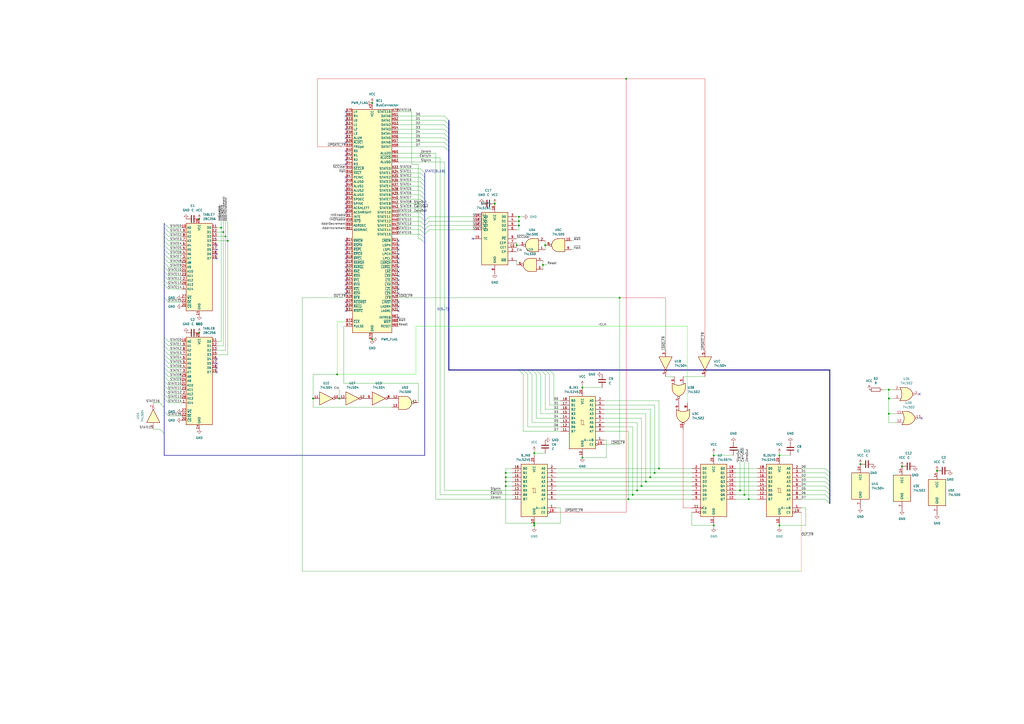
<source format=kicad_sch>
(kicad_sch (version 20250114) (generator "eeschema") (generator_version "9.0")
  (paper "A2")
  (junction (at 115.57 127))
  (junction (at 431.8 287.02))
  (junction (at 379.73 274.32))
  (junction (at 367.03 287.02))
  (junction (at 434.34 289.56))
  (junction (at 369.57 284.48))
  (junction (at 337.82 224.79))
  (junction (at 196.85 231.14))
  (junction (at 515.62 240.03))
  (junction (at 300.99 128.27))
  (junction (at 309.88 262.89))
  (junction (at 543.56 273.05))
  (junction (at 293.37 276.86))
  (junction (at 130.81 137.16))
  (junction (at 523.24 270.51))
  (junction (at 293.37 281.94))
  (junction (at 382.27 271.78))
  (junction (at 293.37 274.32))
  (junction (at 429.26 284.48))
  (junction (at 452.12 264.16))
  (junction (at 299.72 142.24))
  (junction (at 314.96 153.67))
  (junction (at 195.58 217.17))
  (junction (at 128.27 132.08))
  (junction (at 337.82 265.43))
  (junction (at 414.02 264.16))
  (junction (at 309.88 304.8))
  (junction (at 515.62 226.06))
  (junction (at 115.57 193.04))
  (junction (at 414.02 304.8))
  (junction (at 181.61 231.14))
  (junction (at 372.11 281.94))
  (junction (at 499.11 269.24))
  (junction (at 215.9 196.85))
  (junction (at 300.99 130.81))
  (junction (at 359.41 172.72))
  (junction (at 374.65 279.4))
  (junction (at 377.19 276.86))
  (junction (at 364.49 289.56))
  (junction (at 293.37 279.4))
  (junction (at 129.54 134.62))
  (junction (at 309.88 303.53))
  (junction (at 316.23 142.24))
  (junction (at 132.08 139.7))
  (junction (at 452.12 304.8))
  (junction (at 215.9 59.69))
  (junction (at 300.99 125.73))
  (junction (at 515.62 231.14))
  (junction (at 363.22 45.72))
  (junction (at 287.02 118.11))
  (no_connect (at 200.66 87.63))
  (no_connect (at 231.14 152.4))
  (no_connect (at 125.73 210.82))
  (no_connect (at 200.66 69.85))
  (no_connect (at 200.66 139.7))
  (no_connect (at 125.73 149.86))
  (no_connect (at 231.14 149.86))
  (no_connect (at 200.66 115.57))
  (no_connect (at 200.66 175.26))
  (no_connect (at 200.66 177.8))
  (no_connect (at 125.73 208.28))
  (no_connect (at 200.66 110.49))
  (no_connect (at 200.66 167.64))
  (no_connect (at 533.4 228.6))
  (no_connect (at 200.66 118.11))
  (no_connect (at 125.73 144.78))
  (no_connect (at 200.66 142.24))
  (no_connect (at 231.14 180.34))
  (no_connect (at 200.66 152.4))
  (no_connect (at 200.66 147.32))
  (no_connect (at 200.66 64.77))
  (no_connect (at 200.66 80.01))
  (no_connect (at 231.14 177.8))
  (no_connect (at 231.14 170.18))
  (no_connect (at 200.66 157.48))
  (no_connect (at 200.66 149.86))
  (no_connect (at 231.14 175.26))
  (no_connect (at 125.73 142.24))
  (no_connect (at 200.66 105.41))
  (no_connect (at 231.14 160.02))
  (no_connect (at 200.66 92.71))
  (no_connect (at 200.66 113.03))
  (no_connect (at 231.14 167.64))
  (no_connect (at 274.32 138.43))
  (no_connect (at 200.66 144.78))
  (no_connect (at 200.66 82.55))
  (no_connect (at 200.66 102.87))
  (no_connect (at 231.14 165.1))
  (no_connect (at 125.73 213.36))
  (no_connect (at 200.66 162.56))
  (no_connect (at 125.73 147.32))
  (no_connect (at 200.66 180.34))
  (no_connect (at 200.66 170.18))
  (no_connect (at 200.66 74.93))
  (no_connect (at 125.73 215.9))
  (no_connect (at 200.66 67.31))
  (no_connect (at 200.66 154.94))
  (no_connect (at 231.14 157.48))
  (no_connect (at 231.14 184.15))
  (no_connect (at 200.66 72.39))
  (no_connect (at 200.66 120.65))
  (no_connect (at 200.66 160.02))
  (no_connect (at 231.14 139.7))
  (no_connect (at 231.14 142.24))
  (no_connect (at 231.14 144.78))
  (no_connect (at 231.14 154.94))
  (no_connect (at 200.66 77.47))
  (no_connect (at 534.67 242.57))
  (no_connect (at 231.14 162.56))
  (no_connect (at 200.66 123.19))
  (no_connect (at 200.66 90.17))
  (no_connect (at 200.66 95.25))
  (no_connect (at 200.66 107.95))
  (no_connect (at 200.66 165.1))
  (no_connect (at 231.14 147.32))
  (bus_entry (at 95.25 220.98) (size 2.54 2.54))
  (bus_entry (at 95.25 132.08) (size 2.54 2.54))
  (bus_entry (at 95.25 228.6) (size 2.54 2.54))
  (bus_entry (at 95.25 129.54) (size 2.54 2.54))
  (bus_entry (at 95.25 238.76) (size 2.54 2.54))
  (bus_entry (at 95.25 162.56) (size 2.54 2.54))
  (bus_entry (at 246.38 113.03) (size -2.54 -2.54))
  (bus_entry (at 478.79 281.94) (size 2.54 2.54))
  (bus_entry (at 246.38 120.65) (size -2.54 -2.54))
  (bus_entry (at 95.25 165.1) (size 2.54 2.54))
  (bus_entry (at 260.35 80.01) (size -2.54 -2.54))
  (bus_entry (at 313.69 214.63) (size 2.54 2.54))
  (bus_entry (at 95.25 147.32) (size 2.54 2.54))
  (bus_entry (at 260.35 85.09) (size -2.54 -2.54))
  (bus_entry (at 246.38 135.89) (size -2.54 -2.54))
  (bus_entry (at 246.38 102.87) (size -2.54 -2.54))
  (bus_entry (at 478.79 289.56) (size 2.54 2.54))
  (bus_entry (at 95.25 208.28) (size 2.54 2.54))
  (bus_entry (at 95.25 226.06) (size 2.54 2.54))
  (bus_entry (at 260.35 82.55) (size -2.54 -2.54))
  (bus_entry (at 95.25 134.62) (size 2.54 2.54))
  (bus_entry (at 95.25 218.44) (size 2.54 2.54))
  (bus_entry (at 95.25 137.16) (size 2.54 2.54))
  (bus_entry (at 260.35 77.47) (size -2.54 -2.54))
  (bus_entry (at 246.38 130.81) (size -2.54 -2.54))
  (bus_entry (at 300.99 214.63) (size 2.54 2.54))
  (bus_entry (at 246.38 115.57) (size -2.54 -2.54))
  (bus_entry (at 246.38 105.41) (size -2.54 -2.54))
  (bus_entry (at 246.38 125.73) (size -2.54 -2.54))
  (bus_entry (at 478.79 274.32) (size 2.54 2.54))
  (bus_entry (at 95.25 203.2) (size 2.54 2.54))
  (bus_entry (at 95.25 200.66) (size 2.54 2.54))
  (bus_entry (at 478.79 271.78) (size 2.54 2.54))
  (bus_entry (at 478.79 276.86) (size 2.54 2.54))
  (bus_entry (at 478.79 284.48) (size 2.54 2.54))
  (bus_entry (at 95.25 223.52) (size 2.54 2.54))
  (bus_entry (at 246.38 118.11) (size -2.54 -2.54))
  (bus_entry (at 95.25 251.46) (size -2.54 -2.54))
  (bus_entry (at 260.35 69.85) (size -2.54 -2.54))
  (bus_entry (at 95.25 142.24) (size 2.54 2.54))
  (bus_entry (at 246.38 135.89) (size 2.54 -2.54))
  (bus_entry (at 95.25 231.14) (size 2.54 2.54))
  (bus_entry (at 246.38 140.97) (size -2.54 -2.54))
  (bus_entry (at 95.25 157.48) (size 2.54 2.54))
  (bus_entry (at 478.79 279.4) (size 2.54 2.54))
  (bus_entry (at 95.25 215.9) (size 2.54 2.54))
  (bus_entry (at 246.38 133.35) (size -2.54 -2.54))
  (bus_entry (at 95.25 210.82) (size 2.54 2.54))
  (bus_entry (at 246.38 123.19) (size -2.54 -2.54))
  (bus_entry (at 246.38 128.27) (size -2.54 -2.54))
  (bus_entry (at 303.53 214.63) (size 2.54 2.54))
  (bus_entry (at 246.38 100.33) (size -2.54 -2.54))
  (bus_entry (at 95.25 195.58) (size 2.54 2.54))
  (bus_entry (at 95.25 152.4) (size 2.54 2.54))
  (bus_entry (at 95.25 139.7) (size 2.54 2.54))
  (bus_entry (at 246.38 128.27) (size 2.54 -2.54))
  (bus_entry (at 95.25 172.72) (size 2.54 2.54))
  (bus_entry (at 95.25 236.22) (size -2.54 -2.54))
  (bus_entry (at 95.25 160.02) (size 2.54 2.54))
  (bus_entry (at 478.79 287.02) (size 2.54 2.54))
  (bus_entry (at 95.25 154.94) (size 2.54 2.54))
  (bus_entry (at 316.23 214.63) (size 2.54 2.54))
  (bus_entry (at 306.07 214.63) (size 2.54 2.54))
  (bus_entry (at 246.38 130.81) (size 2.54 -2.54))
  (bus_entry (at 318.77 214.63) (size 2.54 2.54))
  (bus_entry (at 95.25 213.36) (size 2.54 2.54))
  (bus_entry (at 95.25 144.78) (size 2.54 2.54))
  (bus_entry (at 246.38 138.43) (size -2.54 -2.54))
  (bus_entry (at 311.15 214.63) (size 2.54 2.54))
  (bus_entry (at 260.35 72.39) (size -2.54 -2.54))
  (bus_entry (at 95.25 205.74) (size 2.54 2.54))
  (bus_entry (at 246.38 107.95) (size -2.54 -2.54))
  (bus_entry (at 95.25 149.86) (size 2.54 2.54))
  (bus_entry (at 260.35 87.63) (size -2.54 -2.54))
  (bus_entry (at 260.35 74.93) (size -2.54 -2.54))
  (bus_entry (at 246.38 133.35) (size 2.54 -2.54))
  (bus_entry (at 95.25 198.12) (size 2.54 2.54))
  (bus_entry (at 308.61 214.63) (size 2.54 2.54))
  (bus_entry (at 246.38 110.49) (size -2.54 -2.54))
  (wire (pts (xy 464.82 279.4) (xy 478.79 279.4)))
  (wire (pts (xy 128.27 128.27) (xy 128.27 132.08)))
  (wire (pts (xy 231.14 100.33) (xy 243.84 100.33)))
  (wire (pts (xy 309.88 261.62) (xy 309.88 262.89)))
  (wire (pts (xy 293.37 279.4) (xy 293.37 281.94)))
  (wire (pts (xy 321.31 232.41) (xy 325.12 232.41)))
  (bus (pts (xy 95.25 132.08) (xy 95.25 134.62)))
  (wire (pts (xy 97.79 175.26) (xy 105.41 175.26)))
  (wire (pts (xy 374.65 240.03) (xy 374.65 279.4)))
  (bus (pts (xy 95.25 152.4) (xy 95.25 154.94)))
  (bus (pts (xy 246.38 128.27) (xy 246.38 130.81)))
  (bus (pts (xy 95.25 129.54) (xy 95.25 132.08)))
  (bus (pts (xy 95.25 208.28) (xy 95.25 210.82)))
  (wire (pts (xy 231.14 113.03) (xy 243.84 113.03)))
  (wire (pts (xy 322.58 289.56) (xy 364.49 289.56)))
  (wire (pts (xy 97.79 215.9) (xy 105.41 215.9)))
  (wire (pts (xy 248.92 130.81) (xy 274.32 130.81)))
  (bus (pts (xy 246.38 125.73) (xy 246.38 128.27)))
  (wire (pts (xy 382.27 232.41) (xy 382.27 271.78)))
  (bus (pts (xy 95.25 210.82) (xy 95.25 213.36)))
  (wire (pts (xy 97.79 134.62) (xy 105.41 134.62)))
  (wire (pts (xy 350.52 257.81) (xy 359.41 257.81)))
  (wire (pts (xy 314.96 151.13) (xy 314.96 153.67)))
  (wire (pts (xy 337.82 223.52) (xy 337.82 224.79)))
  (wire (pts (xy 332.74 139.7) (xy 331.47 139.7)))
  (wire (pts (xy 434.34 289.56) (xy 439.42 289.56)))
  (wire (pts (xy 97.79 233.68) (xy 105.41 233.68)))
  (wire (pts (xy 309.88 304.8) (xy 309.88 303.53)))
  (wire (pts (xy 241.3 189.23) (xy 241.3 217.17)) (stroke (width 0) (color 0 255 0 1)))
  (wire (pts (xy 431.8 267.97) (xy 431.8 287.02)))
  (wire (pts (xy 257.81 74.93) (xy 231.14 74.93)))
  (wire (pts (xy 297.18 276.86) (xy 293.37 276.86)))
  (wire (pts (xy 377.19 276.86) (xy 401.32 276.86)))
  (wire (pts (xy 97.79 165.1) (xy 105.41 165.1)))
  (wire (pts (xy 396.24 294.64) (xy 401.32 294.64)) (stroke (width 0) (color 194 0 0 1)))
  (wire (pts (xy 350.52 245.11) (xy 369.57 245.11)))
  (wire (pts (xy 299.72 151.13) (xy 299.72 153.67)))
  (bus (pts (xy 95.25 200.66) (xy 95.25 203.2)))
  (wire (pts (xy 309.88 303.53) (xy 325.12 303.53)))
  (bus (pts (xy 95.25 149.86) (xy 95.25 152.4)))
  (wire (pts (xy 97.79 210.82) (xy 105.41 210.82)))
  (wire (pts (xy 132.08 205.74) (xy 125.73 205.74)))
  (bus (pts (xy 95.25 157.48) (xy 95.25 160.02)))
  (bus (pts (xy 246.38 264.16) (xy 95.25 264.16)))
  (wire (pts (xy 367.03 287.02) (xy 401.32 287.02)))
  (wire (pts (xy 426.72 279.4) (xy 439.42 279.4)))
  (wire (pts (xy 308.61 245.11) (xy 325.12 245.11)))
  (wire (pts (xy 386.08 172.72) (xy 359.41 172.72)) (stroke (width 0) (color 194 0 0 1)))
  (bus (pts (xy 246.38 140.97) (xy 246.38 264.16)))
  (wire (pts (xy 231.14 172.72) (xy 359.41 172.72)))
  (wire (pts (xy 350.52 247.65) (xy 367.03 247.65)))
  (wire (pts (xy 97.79 200.66) (xy 105.41 200.66)))
  (wire (pts (xy 363.22 45.72) (xy 184.15 45.72)) (stroke (width 0) (color 194 0 0 1)))
  (wire (pts (xy 369.57 245.11) (xy 369.57 284.48)))
  (bus (pts (xy 246.38 105.41) (xy 246.38 107.95)))
  (bus (pts (xy 246.38 120.65) (xy 246.38 123.19)))
  (wire (pts (xy 464.82 271.78) (xy 478.79 271.78)))
  (bus (pts (xy 481.33 281.94) (xy 481.33 284.48)) (stroke (width 0.508)))
  (wire (pts (xy 374.65 279.4) (xy 401.32 279.4)))
  (wire (pts (xy 231.14 88.9) (xy 252.73 88.9)))
  (wire (pts (xy 317.5 153.67) (xy 314.96 153.67)))
  (wire (pts (xy 316.23 142.24) (xy 316.23 144.78)))
  (wire (pts (xy 181.61 217.17) (xy 195.58 217.17)))
  (wire (pts (xy 97.79 152.4) (xy 105.41 152.4)))
  (wire (pts (xy 458.47 264.16) (xy 452.12 264.16)))
  (wire (pts (xy 426.72 271.78) (xy 439.42 271.78)))
  (bus (pts (xy 246.38 133.35) (xy 246.38 135.89)))
  (wire (pts (xy 426.72 274.32) (xy 439.42 274.32)))
  (bus (pts (xy 95.25 134.62) (xy 95.25 137.16)))
  (wire (pts (xy 231.14 135.89) (xy 243.84 135.89)))
  (bus (pts (xy 306.07 214.63) (xy 308.61 214.63)) (stroke (width 0.508)))
  (wire (pts (xy 309.88 264.16) (xy 309.88 262.89)))
  (wire (pts (xy 293.37 274.32) (xy 293.37 276.86)))
  (bus (pts (xy 308.61 214.63) (xy 311.15 214.63)) (stroke (width 0.508)))
  (bus (pts (xy 246.38 118.11) (xy 246.38 120.65)))
  (wire (pts (xy 322.58 274.32) (xy 379.73 274.32)))
  (wire (pts (xy 231.14 110.49) (xy 243.84 110.49)))
  (wire (pts (xy 452.12 304.8) (xy 452.12 306.07)))
  (wire (pts (xy 408.94 218.44) (xy 396.24 218.44)))
  (wire (pts (xy 322.58 276.86) (xy 377.19 276.86)))
  (wire (pts (xy 130.81 128.27) (xy 130.81 137.16)))
  (wire (pts (xy 199.39 189.23) (xy 200.66 189.23)))
  (wire (pts (xy 408.94 45.72) (xy 363.22 45.72)) (stroke (width 0) (color 194 0 0 1)))
  (wire (pts (xy 97.79 220.98) (xy 105.41 220.98)))
  (wire (pts (xy 125.73 203.2) (xy 130.81 203.2)))
  (wire (pts (xy 300.99 125.73) (xy 303.53 125.73)))
  (bus (pts (xy 481.33 289.56) (xy 481.33 292.1)) (stroke (width 0.508)))
  (wire (pts (xy 464.82 284.48) (xy 478.79 284.48)))
  (wire (pts (xy 231.14 93.98) (xy 257.81 93.98)))
  (wire (pts (xy 248.92 128.27) (xy 274.32 128.27)))
  (wire (pts (xy 464.82 294.64) (xy 467.36 294.64)))
  (wire (pts (xy 398.78 189.23) (xy 398.78 233.68)) (stroke (width 0) (color 0 255 0 1)))
  (wire (pts (xy 175.26 331.47) (xy 464.82 331.47)))
  (bus (pts (xy 95.25 147.32) (xy 95.25 149.86)))
  (wire (pts (xy 231.14 64.77) (xy 238.76 64.77)))
  (bus (pts (xy 95.25 223.52) (xy 95.25 226.06)))
  (wire (pts (xy 316.23 237.49) (xy 325.12 237.49)))
  (wire (pts (xy 316.23 217.17) (xy 316.23 237.49)))
  (bus (pts (xy 95.25 231.14) (xy 95.25 236.22)))
  (bus (pts (xy 246.38 100.33) (xy 246.38 102.87)))
  (wire (pts (xy 299.72 130.81) (xy 300.99 130.81)))
  (wire (pts (xy 97.79 160.02) (xy 105.41 160.02)))
  (wire (pts (xy 231.14 118.11) (xy 243.84 118.11)))
  (bus (pts (xy 313.69 214.63) (xy 316.23 214.63)) (stroke (width 0.508)))
  (wire (pts (xy 231.14 105.41) (xy 243.84 105.41)))
  (bus (pts (xy 303.53 214.63) (xy 306.07 214.63)) (stroke (width 0.508)))
  (wire (pts (xy 331.47 144.78) (xy 332.74 144.78)))
  (wire (pts (xy 196.85 226.06) (xy 196.85 231.14)))
  (wire (pts (xy 364.49 250.19) (xy 364.49 289.56)))
  (wire (pts (xy 242.57 138.43) (xy 243.84 138.43)))
  (wire (pts (xy 429.26 267.97) (xy 429.26 284.48)))
  (wire (pts (xy 130.81 137.16) (xy 125.73 137.16)))
  (bus (pts (xy 95.25 165.1) (xy 95.25 172.72)))
  (wire (pts (xy 181.61 217.17) (xy 181.61 231.14)))
  (wire (pts (xy 255.27 91.44) (xy 255.27 287.02)))
  (wire (pts (xy 349.25 224.79) (xy 337.82 224.79)))
  (bus (pts (xy 95.25 251.46) (xy 95.25 264.16)))
  (wire (pts (xy 241.3 217.17) (xy 195.58 217.17)) (stroke (width 0) (color 0 255 0 1)))
  (wire (pts (xy 313.69 217.17) (xy 313.69 240.03)))
  (wire (pts (xy 313.69 240.03) (xy 325.12 240.03)))
  (wire (pts (xy 199.39 222.25) (xy 199.39 189.23)))
  (wire (pts (xy 248.92 125.73) (xy 274.32 125.73)))
  (wire (pts (xy 322.58 284.48) (xy 369.57 284.48)))
  (wire (pts (xy 299.72 142.24) (xy 299.72 143.51)))
  (wire (pts (xy 364.49 289.56) (xy 401.32 289.56)))
  (bus (pts (xy 95.25 154.94) (xy 95.25 157.48)))
  (wire (pts (xy 322.58 281.94) (xy 372.11 281.94)))
  (bus (pts (xy 95.25 213.36) (xy 95.25 215.9)))
  (wire (pts (xy 318.77 217.17) (xy 318.77 234.95)))
  (wire (pts (xy 257.81 69.85) (xy 231.14 69.85)))
  (bus (pts (xy 95.25 236.22) (xy 95.25 238.76)))
  (wire (pts (xy 227.33 236.22) (xy 181.61 236.22)))
  (bus (pts (xy 246.38 130.81) (xy 246.38 133.35)))
  (wire (pts (xy 97.79 132.08) (xy 105.41 132.08)))
  (wire (pts (xy 231.14 128.27) (xy 243.84 128.27)))
  (wire (pts (xy 97.79 162.56) (xy 105.41 162.56)))
  (wire (pts (xy 322.58 279.4) (xy 374.65 279.4)))
  (wire (pts (xy 297.18 271.78) (xy 293.37 271.78)))
  (wire (pts (xy 293.37 271.78) (xy 293.37 274.32)))
  (bus (pts (xy 95.25 228.6) (xy 95.25 231.14)))
  (wire (pts (xy 464.82 297.18) (xy 464.82 331.47)) (stroke (width 0) (color 221 133 0 1)))
  (wire (pts (xy 300.99 142.24) (xy 299.72 142.24)))
  (wire (pts (xy 252.73 289.56) (xy 297.18 289.56)))
  (bus (pts (xy 481.33 279.4) (xy 481.33 281.94)) (stroke (width 0.508)))
  (wire (pts (xy 382.27 271.78) (xy 401.32 271.78)))
  (wire (pts (xy 297.18 281.94) (xy 293.37 281.94)))
  (bus (pts (xy 95.25 226.06) (xy 95.25 228.6)))
  (wire (pts (xy 97.79 142.24) (xy 105.41 142.24)))
  (wire (pts (xy 128.27 132.08) (xy 128.27 198.12)))
  (wire (pts (xy 426.72 281.94) (xy 439.42 281.94)))
  (wire (pts (xy 92.71 233.68) (xy 88.9 233.68)))
  (bus (pts (xy 260.35 85.09) (xy 260.35 87.63)) (stroke (width 0.508)))
  (wire (pts (xy 231.14 91.44) (xy 255.27 91.44)))
  (bus (pts (xy 95.25 137.16) (xy 95.25 139.7)))
  (wire (pts (xy 128.27 132.08) (xy 125.73 132.08)))
  (wire (pts (xy 97.79 205.74) (xy 105.41 205.74)))
  (wire (pts (xy 257.81 80.01) (xy 231.14 80.01)))
  (wire (pts (xy 97.79 154.94) (xy 105.41 154.94)))
  (bus (pts (xy 481.33 274.32) (xy 481.33 276.86)) (stroke (width 0.508)))
  (bus (pts (xy 260.35 87.63) (xy 260.35 214.63)) (stroke (width 0.508)))
  (wire (pts (xy 316.23 262.89) (xy 309.88 262.89)))
  (wire (pts (xy 257.81 77.47) (xy 231.14 77.47)))
  (wire (pts (xy 464.82 281.94) (xy 478.79 281.94)))
  (wire (pts (xy 316.23 139.7) (xy 316.23 142.24)))
  (wire (pts (xy 195.58 217.17) (xy 195.58 186.69)) (stroke (width 0) (color 0 255 0 1)))
  (wire (pts (xy 231.14 133.35) (xy 243.84 133.35)))
  (wire (pts (xy 426.72 289.56) (xy 434.34 289.56)))
  (wire (pts (xy 434.34 267.97) (xy 434.34 289.56)))
  (wire (pts (xy 97.79 157.48) (xy 105.41 157.48)))
  (wire (pts (xy 314.96 153.67) (xy 314.96 156.21)))
  (bus (pts (xy 95.25 160.02) (xy 95.25 162.56)))
  (wire (pts (xy 97.79 213.36) (xy 105.41 213.36)))
  (wire (pts (xy 255.27 287.02) (xy 297.18 287.02)))
  (wire (pts (xy 97.79 208.28) (xy 105.41 208.28)))
  (bus (pts (xy 246.38 115.57) (xy 246.38 118.11)))
  (wire (pts (xy 372.11 242.57) (xy 372.11 281.94)))
  (wire (pts (xy 322.58 287.02) (xy 367.03 287.02)))
  (bus (pts (xy 481.33 276.86) (xy 481.33 279.4)) (stroke (width 0.508)))
  (wire (pts (xy 363.22 45.72) (xy 363.22 297.18)) (stroke (width 0) (color 194 0 0 1)))
  (wire (pts (xy 97.79 139.7) (xy 105.41 139.7)))
  (wire (pts (xy 257.81 85.09) (xy 231.14 85.09)))
  (wire (pts (xy 175.26 172.72) (xy 175.26 331.47)))
  (wire (pts (xy 367.03 247.65) (xy 367.03 287.02)))
  (bus (pts (xy 246.38 102.87) (xy 246.38 105.41)))
  (wire (pts (xy 452.12 262.89) (xy 452.12 264.16)))
  (wire (pts (xy 515.62 231.14) (xy 518.16 231.14)))
  (wire (pts (xy 515.62 245.11) (xy 519.43 245.11)))
  (wire (pts (xy 299.72 125.73) (xy 300.99 125.73)))
  (wire (pts (xy 337.82 265.43) (xy 351.79 265.43)))
  (wire (pts (xy 97.79 231.14) (xy 105.41 231.14)))
  (wire (pts (xy 125.73 139.7) (xy 132.08 139.7)))
  (wire (pts (xy 129.54 128.27) (xy 129.54 134.62)))
  (wire (pts (xy 257.81 93.98) (xy 257.81 284.48)))
  (wire (pts (xy 300.99 125.73) (xy 300.99 128.27)))
  (wire (pts (xy 306.07 247.65) (xy 325.12 247.65)))
  (bus (pts (xy 95.25 142.24) (xy 95.25 144.78)))
  (bus (pts (xy 318.77 214.63) (xy 481.33 214.63)) (stroke (width 0.508)))
  (wire (pts (xy 97.79 226.06) (xy 105.41 226.06)))
  (wire (pts (xy 322.58 294.64) (xy 325.12 294.64)))
  (wire (pts (xy 515.62 226.06) (xy 515.62 231.14)))
  (wire (pts (xy 467.36 294.64) (xy 467.36 304.8)))
  (wire (pts (xy 125.73 134.62) (xy 129.54 134.62)))
  (bus (pts (xy 246.38 113.03) (xy 246.38 115.57)))
  (wire (pts (xy 231.14 120.65) (xy 243.84 120.65)))
  (bus (pts (xy 260.35 77.47) (xy 260.35 80.01)) (stroke (width 0.508)))
  (wire (pts (xy 372.11 281.94) (xy 401.32 281.94)))
  (wire (pts (xy 132.08 128.27) (xy 132.08 139.7)))
  (wire (pts (xy 200.66 172.72) (xy 175.26 172.72)))
  (wire (pts (xy 515.62 240.03) (xy 519.43 240.03)))
  (wire (pts (xy 369.57 284.48) (xy 401.32 284.48)))
  (wire (pts (xy 325.12 294.64) (xy 325.12 303.53)))
  (bus (pts (xy 95.25 172.72) (xy 95.25 195.58)))
  (wire (pts (xy 130.81 203.2) (xy 130.81 137.16)))
  (wire (pts (xy 350.52 242.57) (xy 372.11 242.57)))
  (wire (pts (xy 350.52 237.49) (xy 377.19 237.49)))
  (wire (pts (xy 257.81 82.55) (xy 231.14 82.55)))
  (wire (pts (xy 414.02 304.8) (xy 414.02 306.07)))
  (wire (pts (xy 351.79 255.27) (xy 351.79 265.43)))
  (wire (pts (xy 300.99 130.81) (xy 300.99 133.35)))
  (bus (pts (xy 95.25 220.98) (xy 95.25 223.52)))
  (bus (pts (xy 246.38 110.49) (xy 246.38 113.03)))
  (wire (pts (xy 257.81 284.48) (xy 297.18 284.48)))
  (wire (pts (xy 379.73 234.95) (xy 379.73 274.32)))
  (wire (pts (xy 426.72 276.86) (xy 439.42 276.86)))
  (wire (pts (xy 299.72 128.27) (xy 300.99 128.27)))
  (wire (pts (xy 97.79 223.52) (xy 105.41 223.52)))
  (wire (pts (xy 318.77 234.95) (xy 325.12 234.95)))
  (wire (pts (xy 231.14 97.79) (xy 243.84 97.79)))
  (bus (pts (xy 95.25 215.9) (xy 95.25 218.44)))
  (wire (pts (xy 238.76 95.25) (xy 238.76 64.77)))
  (wire (pts (xy 429.26 284.48) (xy 439.42 284.48)))
  (bus (pts (xy 316.23 214.63) (xy 318.77 214.63)) (stroke (width 0.508)))
  (wire (pts (xy 464.82 276.86) (xy 478.79 276.86)))
  (wire (pts (xy 97.79 137.16) (xy 105.41 137.16)))
  (wire (pts (xy 350.52 232.41) (xy 382.27 232.41)))
  (wire (pts (xy 97.79 241.3) (xy 105.41 241.3)))
  (wire (pts (xy 379.73 274.32) (xy 401.32 274.32)))
  (wire (pts (xy 242.57 222.25) (xy 199.39 222.25)))
  (wire (pts (xy 426.72 287.02) (xy 431.8 287.02)))
  (bus (pts (xy 481.33 287.02) (xy 481.33 289.56)) (stroke (width 0.508)))
  (bus (pts (xy 246.38 138.43) (xy 246.38 140.97)))
  (wire (pts (xy 350.52 250.19) (xy 364.49 250.19)))
  (wire (pts (xy 350.52 255.27) (xy 351.79 255.27)))
  (wire (pts (xy 386.08 172.72) (xy 386.08 203.2)) (stroke (width 0) (color 194 0 0 1)))
  (wire (pts (xy 515.62 226.06) (xy 518.16 226.06)))
  (wire (pts (xy 293.37 276.86) (xy 293.37 279.4)))
  (wire (pts (xy 242.57 233.68) (xy 242.57 222.25)))
  (wire (pts (xy 464.82 287.02) (xy 478.79 287.02)))
  (wire (pts (xy 464.82 274.32) (xy 478.79 274.32)))
  (bus (pts (xy 260.35 82.55) (xy 260.35 85.09)) (stroke (width 0.508)))
  (wire (pts (xy 511.81 226.06) (xy 515.62 226.06)))
  (wire (pts (xy 241.3 189.23) (xy 398.78 189.23)) (stroke (width 0) (color 0 255 0 1)))
  (wire (pts (xy 97.79 203.2) (xy 105.41 203.2)))
  (wire (pts (xy 321.31 217.17) (xy 321.31 232.41)))
  (wire (pts (xy 322.58 271.78) (xy 382.27 271.78)))
  (wire (pts (xy 231.14 130.81) (xy 243.84 130.81)))
  (wire (pts (xy 97.79 147.32) (xy 105.41 147.32)))
  (wire (pts (xy 97.79 149.86) (xy 105.41 149.86)))
  (wire (pts (xy 125.73 198.12) (xy 128.27 198.12)))
  (bus (pts (xy 95.25 198.12) (xy 95.25 200.66)))
  (wire (pts (xy 515.62 240.03) (xy 515.62 245.11)))
  (wire (pts (xy 322.58 297.18) (xy 363.22 297.18)) (stroke (width 0) (color 194 0 0 1)))
  (wire (pts (xy 303.53 250.19) (xy 325.12 250.19)))
  (wire (pts (xy 97.79 167.64) (xy 105.41 167.64)))
  (wire (pts (xy 311.15 242.57) (xy 325.12 242.57)))
  (bus (pts (xy 300.99 214.63) (xy 303.53 214.63)) (stroke (width 0.508)))
  (wire (pts (xy 231.14 115.57) (xy 243.84 115.57)))
  (wire (pts (xy 426.72 284.48) (xy 429.26 284.48)))
  (wire (pts (xy 350.52 240.03) (xy 374.65 240.03)))
  (bus (pts (xy 95.25 139.7) (xy 95.25 142.24)))
  (wire (pts (xy 464.82 289.56) (xy 478.79 289.56)))
  (wire (pts (xy 299.72 140.97) (xy 299.72 142.24)))
  (wire (pts (xy 231.14 107.95) (xy 243.84 107.95)))
  (bus (pts (xy 481.33 214.63) (xy 481.33 274.32)) (stroke (width 0.508)))
  (wire (pts (xy 431.8 287.02) (xy 439.42 287.02)))
  (wire (pts (xy 293.37 303.53) (xy 309.88 303.53)))
  (wire (pts (xy 195.58 186.69) (xy 200.66 186.69)) (stroke (width 0) (color 0 255 0 1)))
  (wire (pts (xy 293.37 281.94) (xy 293.37 303.53)))
  (wire (pts (xy 231.14 102.87) (xy 243.84 102.87)))
  (wire (pts (xy 181.61 231.14) (xy 181.61 236.22)))
  (wire (pts (xy 231.14 125.73) (xy 243.84 125.73)))
  (wire (pts (xy 257.81 72.39) (xy 231.14 72.39)))
  (wire (pts (xy 303.53 217.17) (xy 303.53 250.19)))
  (wire (pts (xy 242.57 95.25) (xy 238.76 95.25)))
  (wire (pts (xy 97.79 218.44) (xy 105.41 218.44)))
  (wire (pts (xy 297.18 279.4) (xy 293.37 279.4)))
  (wire (pts (xy 386.08 218.44) (xy 391.16 218.44)))
  (bus (pts (xy 95.25 195.58) (xy 95.25 198.12)))
  (bus (pts (xy 95.25 144.78) (xy 95.25 147.32)))
  (wire (pts (xy 452.12 304.8) (xy 467.36 304.8)))
  (bus (pts (xy 95.25 203.2) (xy 95.25 205.74)))
  (wire (pts (xy 309.88 304.8) (xy 309.88 306.07)))
  (bus (pts (xy 246.38 123.19) (xy 246.38 125.73)))
  (wire (pts (xy 299.72 133.35) (xy 300.99 133.35)))
  (wire (pts (xy 425.45 264.16) (xy 414.02 264.16)))
  (wire (pts (xy 311.15 217.17) (xy 311.15 242.57)))
  (wire (pts (xy 515.62 231.14) (xy 515.62 240.03)))
  (bus (pts (xy 260.35 74.93) (xy 260.35 77.47)) (stroke (width 0.508)))
  (wire (pts (xy 132.08 139.7) (xy 132.08 205.74)))
  (wire (pts (xy 184.15 45.72) (xy 184.15 85.09)) (stroke (width 0) (color 194 0 0 1)))
  (wire (pts (xy 414.02 262.89) (xy 414.02 264.16)))
  (bus (pts (xy 260.35 214.63) (xy 300.99 214.63)) (stroke (width 0.508)))
  (wire (pts (xy 248.92 133.35) (xy 274.32 133.35)))
  (bus (pts (xy 95.25 218.44) (xy 95.25 220.98)))
  (wire (pts (xy 297.18 274.32) (xy 293.37 274.32)))
  (wire (pts (xy 242.57 138.43) (xy 242.57 95.25)))
  (wire (pts (xy 408.94 45.72) (xy 408.94 203.2)) (stroke (width 0) (color 194 0 0 1)))
  (wire (pts (xy 359.41 257.81) (xy 359.41 172.72)))
  (bus (pts (xy 95.25 238.76) (xy 95.25 251.46)))
  (wire (pts (xy 184.15 85.09) (xy 200.66 85.09)) (stroke (width 0) (color 194 0 0 1)))
  (wire (pts (xy 252.73 88.9) (xy 252.73 289.56)))
  (wire (pts (xy 92.71 248.92) (xy 88.9 248.92)))
  (bus (pts (xy 246.38 135.89) (xy 246.38 138.43)))
  (wire (pts (xy 377.19 237.49) (xy 377.19 276.86)))
  (bus (pts (xy 246.38 107.95) (xy 246.38 110.49)))
  (wire (pts (xy 300.99 128.27) (xy 300.99 130.81)))
  (wire (pts (xy 97.79 228.6) (xy 105.41 228.6)))
  (wire (pts (xy 350.52 234.95) (xy 379.73 234.95)))
  (bus (pts (xy 481.33 284.48) (xy 481.33 287.02)) (stroke (width 0.508)))
  (wire (pts (xy 97.79 144.78) (xy 105.41 144.78)))
  (wire (pts (xy 231.14 67.31) (xy 257.81 67.31)))
  (bus (pts (xy 95.25 162.56) (xy 95.25 165.1)))
  (wire (pts (xy 396.24 248.92) (xy 396.24 294.64)) (stroke (width 0) (color 194 0 0 1)))
  (bus (pts (xy 260.35 80.01) (xy 260.35 82.55)) (stroke (width 0.508)))
  (wire (pts (xy 231.14 123.19) (xy 243.84 123.19)))
  (bus (pts (xy 95.25 205.74) (xy 95.25 208.28)))
  (bus (pts (xy 260.35 72.39) (xy 260.35 74.93)) (stroke (width 0.508)))
  (wire (pts (xy 308.61 217.17) (xy 308.61 245.11)))
  (wire (pts (xy 401.32 297.18) (xy 401.32 304.8)))
  (wire (pts (xy 306.07 217.17) (xy 306.07 247.65)))
  (wire (pts (xy 401.32 304.8) (xy 414.02 304.8)))
  (wire (pts (xy 129.54 134.62) (xy 129.54 200.66)))
  (bus (pts (xy 311.15 214.63) (xy 313.69 214.63)) (stroke (width 0.508)))
  (bus (pts (xy 260.35 69.85) (xy 260.35 72.39)) (stroke (width 0.508)))
  (wire (pts (xy 97.79 198.12) (xy 105.41 198.12)))
  (wire (pts (xy 129.54 200.66) (xy 125.73 200.66)))
  (label "STATE5" (at 105.41 210.82 180))
  (label "~{UPDATE_FR}" (at 408.94 203.2 90))
  (label "STATE6" (at 105.41 147.32 180))
  (label "SignOut" (at 429.26 267.97 90))
  (label "ZeroOut" (at 434.34 267.97 90))
  (label "STATE3" (at 238.76 105.41 180))
  (label "STATE0" (at 238.76 97.79 180))
  (label "STATE2" (at 105.41 137.16 180))
  (label "D6" (at 321.31 247.65 0))
  (label "Reset" (at 231.14 189.23 0))
  (label "Clk" (at 299.72 146.05 0))
  (label "STATE12" (at 105.41 162.56 180))
  (label "D2" (at 464.82 276.86 0))
  (label "IntEnable" (at 200.66 125.73 180))
  (label "STATE1" (at 238.76 100.33 180))
  (label "D5" (at 243.84 80.01 180))
  (label "D[0..7]" (at 260.35 180.34 180))
  (label "STATE16" (at 105.41 241.3 180))
  (label "STATE0" (at 105.41 198.12 180))
  (label "SignIn" (at 250.19 93.98 180))
  (label "D4" (at 321.31 242.57 0))
  (label "~{CarryOut}" (at 431.8 267.97 90))
  (label "~{Halt}" (at 332.74 144.78 0))
  (label "STATE5" (at 238.76 110.49 180))
  (label "STATE11" (at 105.41 160.02 180))
  (label "STATE11" (at 274.32 125.73 0))
  (label "STATE16" (at 92.71 233.68 180))
  (label "D0" (at 464.82 271.78 0))
  (label "~{CarryIn}" (at 284.48 287.02 0))
  (label "STATE4" (at 238.76 107.95 180))
  (label "~{OUT_FR}" (at 464.82 311.15 0))
  (label "STATE4" (at 105.41 208.28 180))
  (label "STATE9" (at 238.76 120.65 180))
  (label "STATE1" (at 105.41 200.66 180))
  (label "STATE3" (at 105.41 139.7 180))
  (label "IntEnable" (at 128.27 128.27 90))
  (label "D7" (at 321.31 250.19 0))
  (label "STATE6" (at 105.41 213.36 180))
  (label "STATE13" (at 105.41 231.14 180))
  (label "~{Wait}" (at 332.74 139.7 0))
  (label "STATE4" (at 105.41 142.24 180))
  (label "STATE12" (at 238.76 128.27 180))
  (label "STATE6" (at 238.76 113.03 180))
  (label "STATE8" (at 105.41 218.44 180))
  (label "Clk" (at 196.85 226.06 180))
  (label "STATE15" (at 238.76 135.89 180))
  (label "D6" (at 243.84 82.55 180))
  (label "STATE8" (at 105.41 152.4 180))
  (label "~{SCClear}" (at 299.72 138.43 0))
  (label "STATE1" (at 105.41 134.62 180))
  (label "SignOut" (at 240.03 118.11 0))
  (label "STATE15" (at 88.9 248.92 180))
  (label "STATE15" (at 105.41 175.26 180))
  (label "STATE7" (at 238.76 115.57 180))
  (label "AddrDecrement" (at 200.66 130.81 180))
  (label "D2" (at 321.31 237.49 0))
  (label "~{SCClear}" (at 200.66 97.79 180))
  (label "SignIn" (at 284.48 284.48 0))
  (label "~{UPDATE_FR}" (at 200.66 85.09 180))
  (label "STATE14" (at 274.32 133.35 0))
  (label "D0" (at 243.84 67.31 180))
  (label "STATE7" (at 105.41 149.86 180))
  (label "D4" (at 243.84 77.47 180))
  (label "ZeroIn" (at 250.19 88.9 180))
  (label "~{Halt}" (at 200.66 100.33 180))
  (label "D7" (at 464.82 289.56 0))
  (label "D5" (at 321.31 245.11 0))
  (label "STATE9" (at 105.41 220.98 180))
  (label "STATE7" (at 105.41 215.9 180))
  (label "~{LOAD_FR}" (at 231.14 172.72 0))
  (label "STATE10" (at 238.76 123.19 180))
  (label "STATE8" (at 238.76 118.11 180))
  (label "D7" (at 243.84 85.09 180))
  (label "~{Wait}" (at 231.14 186.69 0))
  (label "~{CarryIn}" (at 250.19 91.44 180))
  (label "STATE[0..16]" (at 246.38 100.33 0))
  (label "STATE11" (at 238.76 125.73 180))
  (label "STATE13" (at 274.32 130.81 0))
  (label "D3" (at 464.82 279.4 0))
  (label "D6" (at 464.82 287.02 0))
  (label "~{IntDisable}" (at 129.54 128.27 90))
  (label "ZeroOut" (at 240.03 123.19 0))
  (label "D3" (at 321.31 240.03 0))
  (label "~{LOAD_FR}" (at 354.33 257.81 0))
  (label "ZeroIn" (at 284.48 289.56 0))
  (label "~{LOAD_FR}" (at 386.08 203.2 90))
  (label "STATE14" (at 105.41 167.64 180))
  (label "STATE13" (at 105.41 165.1 180))
  (label "STATE3" (at 105.41 205.74 180))
  (label "STATE11" (at 105.41 226.06 180))
  (label "D4" (at 464.82 281.94 0))
  (label "~{OUT_FR}" (at 200.66 172.72 180))
  (label "D0" (at 321.31 232.41 0))
  (label "Reset" (at 317.5 153.67 0))
  (label "~{UPDATE_FR}" (at 327.66 297.18 0))
  (label "STATE12" (at 274.32 128.27 0))
  (label "~{IntDisable}" (at 200.66 128.27 180))
  (label "STATE12" (at 105.41 228.6 180))
  (label "STATE0" (at 105.41 132.08 180))
  (label "STATE2" (at 238.76 102.87 180))
  (label "STATE10" (at 105.41 157.48 180))
  (label "STATE9" (at 105.41 154.94 180))
  (label "STATE5" (at 105.41 144.78 180))
  (label "STATE14" (at 105.41 233.68 180))
  (label "~{CarryOut}" (at 240.03 120.65 0))
  (label "D1" (at 321.31 234.95 0))
  (label "STATE10" (at 105.41 223.52 180))
  (label "D5" (at 464.82 284.48 0))
  (label "AddrDecrement" (at 130.81 128.27 90))
  (label "D1" (at 243.84 69.85 180))
  (label "D2" (at 243.84 72.39 180))
  (label "AddrIncrement" (at 132.08 128.27 90))
  (label "STATE14" (at 238.76 133.35 180))
  (label "D1" (at 464.82 274.32 0))
  (label "D3" (at 243.84 74.93 180))
  (label "STATE13" (at 238.76 130.81 180))
  (label "~CLK" (at 351.79 189.23 180))
  (label "AddrIncrement" (at 200.66 133.35 180))
  (label "STATE16" (at 238.76 64.77 180))
  (label "STATE2" (at 105.41 203.2 180))
  (symbol (lib_id "74xx:74LS04") (at 386.08 210.82 270) (unit 2)
    (property "Reference" "U1" (at 391.16 209.5499 90) (effects (justify left)))
    (property "Value" "74LS04" (at 391.16 212.0899 90) (effects (justify left)))
    (property "Footprint" "Package_DIP:DIP-14_W7.62mm_Socket_LongPads" (effects (hide yes)))
    (property "Datasheet" "http://www.ti.com/lit/gpn/sn74LS04" (effects (hide yes)))
    (property "Description" "Hex Inverter" (effects (hide yes)))
  )
  (symbol (lib_id "power:GND") (at 506.73 269.24 0) (unit 1)
    (property "Reference" "#PWR027" (effects (hide yes)))
    (property "Value" "GND" (at 506.73 274.32 0))
    (property "Description" "Power symbol creates a global label with name \"GND\" , ground" (effects (hide yes)))
  )
  (symbol (lib_id "74xx:74LS161") (at 287.02 138.43 0) (mirror y) (unit 1)
    (property "Reference" "STEP1" (at 284.8767 118.11 0) (effects (justify left)))
    (property "Value" "74LS161" (at 284.8767 120.65 0) (effects (justify left)))
    (property "Footprint" "Package_DIP:DIP-16_W7.62mm_Socket_LongPads" (effects (hide yes)))
    (property "Datasheet" "http://www.ti.com/lit/gpn/sn74LS161" (effects (hide yes)))
    (property "Description" "Synchronous 4-bit programmable binary Counter" (effects (hide yes)))
  )
  (symbol (lib_id "Device:C") (at 111.76 127 270) (unit 1)
    (property "Reference" "C1" (at 111.76 119.38 90))
    (property "Value" "C" (at 111.76 121.92 90))
    (property "Footprint" "Capacitor_THT:C_Disc_D5.0mm_W2.5mm_P5.00mm" (effects (hide yes)))
    (property "Description" "Unpolarized capacitor" (effects (hide yes)))
  )
  (symbol (lib_id "74xx:74LS00") (at 543.56 285.75 0) (unit 5)
    (property "Reference" "U5" (at 549.91 284.4799 0) (effects (justify left)))
    (property "Value" "74LS00" (at 549.91 287.0199 0) (effects (justify left)))
    (property "Footprint" "Package_DIP:DIP-14_W7.62mm_Socket_LongPads" (effects (hide yes)))
    (property "Datasheet" "http://www.ti.com/lit/gpn/sn74ls00" (effects (hide yes)))
    (property "Description" "quad 2-input NAND gate" (effects (hide yes)))
  )
  (symbol (lib_id "power:GND") (at 425.45 256.54 180) (unit 1)
    (property "Reference" "#PWR05" (effects (hide yes)))
    (property "Value" "GND" (at 425.45 251.46 0))
    (property "Description" "Power symbol creates a global label with name \"GND\" , ground" (effects (hide yes)))
  )
  (symbol (lib_id "power:PWR_FLAG") (at 215.9 196.85 270) (unit 1)
    (property "Reference" "#FLG04" (effects (hide yes)))
    (property "Value" "PWR_FLAG" (at 220.98 196.8499 90) (effects (justify left)))
    (property "Description" "Special symbol for telling ERC where power comes from" (effects (hide yes)))
  )
  (symbol (lib_id "Memory_EEPROM:28C256") (at 115.57 154.94 0) (unit 1)
    (property "Reference" "TABLE7" (at 117.7133 124.46 0) (effects (justify left)))
    (property "Value" "28C256" (at 117.7133 127 0) (effects (justify left)))
    (property "Footprint" "Package_DIP:DIP-28_W15.24mm_Socket_LongPads" (effects (hide yes)))
    (property "Datasheet" "http://ww1.microchip.com/downloads/en/DeviceDoc/doc0006.pdf" (effects (hide yes)))
    (property "Description" "Paged Parallel EEPROM 256Kb (32K x 8), DIP-28/SOIC-28" (effects (hide yes)))
  )
  (symbol (lib_id "74xx:74LS04") (at 408.94 210.82 270) (unit 3)
    (property "Reference" "U1" (at 414.02 209.5499 90) (effects (justify left)))
    (property "Value" "74LS04" (at 414.02 212.0899 90) (effects (justify left)))
    (property "Footprint" "Package_DIP:DIP-14_W7.62mm_Socket_LongPads" (effects (hide yes)))
    (property "Datasheet" "http://www.ti.com/lit/gpn/sn74LS04" (effects (hide yes)))
    (property "Description" "Hex Inverter" (effects (hide yes)))
  )
  (symbol (lib_id "power:GND") (at 452.12 306.07 0) (unit 1)
    (property "Reference" "#PWR015" (effects (hide yes)))
    (property "Value" "GND" (at 452.12 311.15 0))
    (property "Description" "Power symbol creates a global label with name \"GND\" , ground" (effects (hide yes)))
  )
  (symbol (lib_id "74xx:74LS04") (at 88.9 241.3 90) (unit 1)
    (property "Reference" "U1" (at 80.01 241.3 0))
    (property "Value" "74LS04" (at 82.55 241.3 0))
    (property "Footprint" "Package_DIP:DIP-14_W7.62mm_Socket_LongPads" (effects (hide yes)))
    (property "Datasheet" "http://www.ti.com/lit/gpn/sn74LS04" (effects (hide yes)))
    (property "Description" "Hex Inverter" (effects (hide yes)))
  )
  (symbol (lib_id "power:VCC") (at 337.82 223.52 0) (unit 1)
    (property "Reference" "#PWR013" (effects (hide yes)))
    (property "Value" "VCC" (at 337.82 218.44 0))
    (property "Description" "Power symbol creates a global label with name \"VCC\"" (effects (hide yes)))
  )
  (symbol (lib_id "power:GND") (at 349.25 217.17 270) (unit 1)
    (property "Reference" "#PWR03" (effects (hide yes)))
    (property "Value" "GND" (at 345.44 217.1699 90) (effects (justify right)))
    (property "Description" "Power symbol creates a global label with name \"GND\" , ground" (effects (hide yes)))
  )
  (symbol (lib_id "Device:C") (at 425.45 260.35 0) (unit 1)
    (property "Reference" "C7" (effects (hide yes)))
    (property "Value" "C" (at 429.26 261.6199 0) (effects (justify left)))
    (property "Footprint" "Capacitor_THT:C_Disc_D5.0mm_W2.5mm_P5.00mm" (effects (hide yes)))
    (property "Description" "Unpolarized capacitor" (effects (hide yes)))
  )
  (symbol (lib_id "power:GND") (at 337.82 265.43 0) (unit 1)
    (property "Reference" "#PWR020" (effects (hide yes)))
    (property "Value" "GND" (at 337.82 270.51 0))
    (property "Description" "Power symbol creates a global label with name \"GND\" , ground" (effects (hide yes)))
  )
  (symbol (lib_id "74xx:74LS00") (at 307.34 153.67 0) (mirror y) (unit 2)
    (property "Reference" "U5" (at 307.3483 144.78 0))
    (property "Value" "74LS00" (at 307.3483 147.32 0))
    (property "Footprint" "Package_DIP:DIP-14_W7.62mm_Socket_LongPads" (effects (hide yes)))
    (property "Datasheet" "http://www.ti.com/lit/gpn/sn74ls00" (effects (hide yes)))
    (property "Description" "quad 2-input NAND gate" (effects (hide yes)))
  )
  (symbol (lib_id "power:GND") (at 530.86 270.51 0) (unit 1)
    (property "Reference" "#PWR024" (effects (hide yes)))
    (property "Value" "GND" (at 530.86 275.59 0))
    (property "Description" "Power symbol creates a global label with name \"GND\" , ground" (effects (hide yes)))
  )
  (symbol (lib_id "Device:C") (at 527.05 270.51 90) (unit 1)
    (property "Reference" "C12" (at 527.05 262.89 90))
    (property "Value" "C" (at 527.05 265.43 90))
    (property "Footprint" "Capacitor_THT:C_Disc_D5.0mm_W2.5mm_P5.00mm" (effects (hide yes)))
    (property "Description" "Unpolarized capacitor" (effects (hide yes)))
  )
  (symbol (lib_id "74xx:74LS02") (at 525.78 228.6 0) (unit 1)
    (property "Reference" "U3" (at 525.78 219.71 0))
    (property "Value" "74LS02" (at 525.78 222.25 0))
    (property "Footprint" "Package_DIP:DIP-14_W7.62mm_Socket_LongPads" (effects (hide yes)))
    (property "Datasheet" "http://www.ti.com/lit/gpn/sn74ls02" (effects (hide yes)))
    (property "Description" "quad 2-input NOR gate" (effects (hide yes)))
  )
  (symbol (lib_id "power:VCC") (at 452.12 262.89 0) (unit 1)
    (property "Reference" "#PWR019" (effects (hide yes)))
    (property "Value" "VCC" (at 452.12 257.81 0))
    (property "Description" "Power symbol creates a global label with name \"VCC\"" (effects (hide yes)))
  )
  (symbol (lib_id "74xx:74LS574") (at 414.02 284.48 0) (unit 1)
    (property "Reference" "U2" (at 416.1633 264.16 0) (effects (justify left)))
    (property "Value" "74LS574" (at 416.1633 266.7 0) (effects (justify left)))
    (property "Footprint" "Package_DIP:DIP-20_W7.62mm_Socket_LongPads" (effects (hide yes)))
    (property "Datasheet" "http://www.ti.com/lit/gpn/sn74LS574" (effects (hide yes)))
    (property "Description" "8-bit Register, 3-state outputs" (effects (hide yes)))
  )
  (symbol (lib_id "74xx:74LS04") (at 499.11 281.94 0) (unit 7)
    (property "Reference" "U1" (at 505.46 280.6699 0) (effects (justify left)))
    (property "Value" "74LS04" (at 505.46 283.2099 0) (effects (justify left)))
    (property "Footprint" "Package_DIP:DIP-14_W7.62mm_Socket_LongPads" (effects (hide yes)))
    (property "Datasheet" "http://www.ti.com/lit/gpn/sn74LS04" (effects (hide yes)))
    (property "Description" "Hex Inverter" (effects (hide yes)))
  )
  (symbol (lib_id "power:VCC") (at 504.19 226.06 0) (unit 1)
    (property "Reference" "#PWR037" (effects (hide yes)))
    (property "Value" "VCC" (at 504.19 220.98 0))
    (property "Description" "Power symbol creates a global label with name \"VCC\"" (effects (hide yes)))
  )
  (symbol (lib_id "power:GND") (at 115.57 248.92 0) (unit 1)
    (property "Reference" "#PWR032" (effects (hide yes)))
    (property "Value" "GND" (at 115.57 254 0))
    (property "Description" "Power symbol creates a global label with name \"GND\" , ground" (effects (hide yes)))
  )
  (symbol (lib_id "power:GND") (at 499.11 294.64 0) (unit 1)
    (property "Reference" "#PWR026" (effects (hide yes)))
    (property "Value" "GND" (at 499.11 299.72 0))
    (property "Description" "Power symbol creates a global label with name \"GND\" , ground" (effects (hide yes)))
  )
  (symbol (lib_id "74xx:74LS00") (at 234.95 233.68 0) (unit 4)
    (property "Reference" "U5" (at 234.9417 224.79 0))
    (property "Value" "74LS00" (at 234.9417 227.33 0))
    (property "Footprint" "Package_DIP:DIP-14_W7.62mm_Socket_LongPads" (effects (hide yes)))
    (property "Datasheet" "http://www.ti.com/lit/gpn/sn74ls00" (effects (hide yes)))
    (property "Description" "quad 2-input NAND gate" (effects (hide yes)))
  )
  (symbol (lib_id "74xx:74LS02") (at 396.24 241.3 270) (unit 3)
    (property "Reference" "U3" (at 401.32 240.0299 90) (effects (justify left)))
    (property "Value" "74LS02" (at 401.32 242.5699 90) (effects (justify left)))
    (property "Footprint" "Package_DIP:DIP-14_W7.62mm_Socket_LongPads" (effects (hide yes)))
    (property "Datasheet" "http://www.ti.com/lit/gpn/sn74ls02" (effects (hide yes)))
    (property "Description" "quad 2-input NOR gate" (effects (hide yes)))
  )
  (symbol (lib_id "74xx:74LS04") (at 189.23 231.14 0) (unit 5)
    (property "Reference" "U1" (at 189.23 222.25 0))
    (property "Value" "74LS04" (at 189.23 224.79 0))
    (property "Footprint" "Package_DIP:DIP-14_W7.62mm_Socket_LongPads" (effects (hide yes)))
    (property "Datasheet" "http://www.ti.com/lit/gpn/sn74LS04" (effects (hide yes)))
    (property "Description" "Hex Inverter" (effects (hide yes)))
  )
  (symbol (lib_id "power:GND") (at 316.23 255.27 90) (unit 1)
    (property "Reference" "#PWR04" (effects (hide yes)))
    (property "Value" "GND" (at 320.04 255.2699 90) (effects (justify right)))
    (property "Description" "Power symbol creates a global label with name \"GND\" , ground" (effects (hide yes)))
  )
  (symbol (lib_id "74xx:74LS02") (at 527.05 242.57 0) (unit 4)
    (property "Reference" "U3" (at 527.05 233.68 0))
    (property "Value" "74LS02" (at 527.05 236.22 0))
    (property "Footprint" "Package_DIP:DIP-14_W7.62mm_Socket_LongPads" (effects (hide yes)))
    (property "Datasheet" "http://www.ti.com/lit/gpn/sn74ls02" (effects (hide yes)))
    (property "Description" "quad 2-input NOR gate" (effects (hide yes)))
  )
  (symbol (lib_id "74xx:74LS245") (at 309.88 284.48 0) (mirror y) (unit 1)
    (property "Reference" "B_IN0" (at 307.7367 264.16 0) (effects (justify left)))
    (property "Value" "74LS245" (at 307.7367 266.7 0) (effects (justify left)))
    (property "Footprint" "Package_DIP:DIP-20_W7.62mm_Socket_LongPads" (effects (hide yes)))
    (property "Datasheet" "http://www.ti.com/lit/gpn/sn74LS245" (effects (hide yes)))
    (property "Description" "Octal BUS Transceivers, 3-State outputs" (effects (hide yes)))
  )
  (symbol (lib_id "power:GND") (at 115.57 182.88 0) (unit 1)
    (property "Reference" "#PWR030" (effects (hide yes)))
    (property "Value" "GND" (at 115.57 187.96 0))
    (property "Description" "Power symbol creates a global label with name \"GND\" , ground" (effects (hide yes)))
  )
  (symbol (lib_id "74xx:74LS02") (at 393.7 226.06 270) (unit 2)
    (property "Reference" "U3" (at 398.78 224.7899 90) (effects (justify left)))
    (property "Value" "74LS02" (at 398.78 227.3299 90) (effects (justify left)))
    (property "Footprint" "Package_DIP:DIP-14_W7.62mm_Socket_LongPads" (effects (hide yes)))
    (property "Datasheet" "http://www.ti.com/lit/gpn/sn74ls02" (effects (hide yes)))
    (property "Description" "quad 2-input NOR gate" (effects (hide yes)))
  )
  (symbol (lib_id "Device:C") (at 547.37 273.05 90) (unit 1)
    (property "Reference" "C3" (at 547.37 265.43 90))
    (property "Value" "C" (at 547.37 267.97 90))
    (property "Footprint" "Capacitor_THT:C_Disc_D5.0mm_W2.5mm_P5.00mm" (effects (hide yes)))
    (property "Description" "Unpolarized capacitor" (effects (hide yes)))
  )
  (symbol (lib_id "power:VCC") (at 543.56 273.05 0) (unit 1)
    (property "Reference" "#PWR010" (effects (hide yes)))
    (property "Value" "VCC" (at 543.56 267.97 0))
    (property "Description" "Power symbol creates a global label with name \"VCC\"" (effects (hide yes)))
  )
  (symbol (lib_id "74xx:74LS00") (at 323.85 142.24 180) (unit 3)
    (property "Reference" "U5" (at 323.8583 133.35 0))
    (property "Value" "74LS00" (at 323.8583 135.89 0))
    (property "Footprint" "Package_DIP:DIP-14_W7.62mm_Socket_LongPads" (effects (hide yes)))
    (property "Datasheet" "http://www.ti.com/lit/gpn/sn74ls00" (effects (hide yes)))
    (property "Description" "quad 2-input NAND gate" (effects (hide yes)))
  )
  (symbol (lib_id "cpu816symbols:BusConnector") (at 215.9 128.27 0) (unit 1)
    (property "Reference" "BC1" (at 218.0433 58.42 0) (effects (justify left)))
    (property "Value" "BusConnector" (at 218.0433 60.96 0) (effects (justify left)))
    (property "Footprint" "Connector_PCBEdge:BUS_PCIexpress_x16" (effects (hide yes)))
    (property "Description" "PCI Express bus connector" (effects (hide yes)))
  )
  (symbol (lib_id "power:GND") (at 414.02 306.07 0) (unit 1)
    (property "Reference" "#PWR016" (effects (hide yes)))
    (property "Value" "GND" (at 414.02 311.15 0))
    (property "Description" "Power symbol creates a global label with name \"GND\" , ground" (effects (hide yes)))
  )
  (symbol (lib_id "power:VCC") (at 115.57 127 0) (unit 1)
    (property "Reference" "#PWR029" (effects (hide yes)))
    (property "Value" "VCC" (at 115.57 121.92 0))
    (property "Description" "Power symbol creates a global label with name \"VCC\"" (effects (hide yes)))
  )
  (symbol (lib_id "power:VCC") (at 287.02 118.11 0) (unit 1)
    (property "Reference" "#PWR036" (effects (hide yes)))
    (property "Value" "VCC" (at 287.02 113.03 0))
    (property "Description" "Power symbol creates a global label with name \"VCC\"" (effects (hide yes)))
  )
  (symbol (lib_id "74xx:74LS245") (at 337.82 245.11 0) (mirror y) (unit 1)
    (property "Reference" "B_IN1" (at 335.6767 224.79 0) (effects (justify left)))
    (property "Value" "74LS245" (at 335.6767 227.33 0) (effects (justify left)))
    (property "Footprint" "Package_DIP:DIP-20_W7.62mm_Socket_LongPads" (effects (hide yes)))
    (property "Datasheet" "http://www.ti.com/lit/gpn/sn74LS245" (effects (hide yes)))
    (property "Description" "Octal BUS Transceivers, 3-State outputs" (effects (hide yes)))
  )
  (symbol (lib_id "power:GND") (at 309.88 306.07 0) (unit 1)
    (property "Reference" "#PWR017" (effects (hide yes)))
    (property "Value" "GND" (at 309.88 311.15 0))
    (property "Description" "Power symbol creates a global label with name \"GND\" , ground" (effects (hide yes)))
  )
  (symbol (lib_id "power:PWR_FLAG") (at 215.9 59.69 90) (unit 1)
    (property "Reference" "#FLG03" (effects (hide yes)))
    (property "Value" "PWR_FLAG" (at 213.36 59.6899 90) (effects (justify left)))
    (property "Description" "Special symbol for telling ERC where power comes from" (effects (hide yes)))
  )
  (symbol (lib_id "Device:R") (at 508 226.06 90) (unit 1)
    (property "Reference" "R2" (at 508 219.71 90))
    (property "Value" "R" (at 508 222.25 90))
    (property "Footprint" "Resistor_THT:R_Axial_DIN0207_L6.3mm_D2.5mm_P7.62mm_Horizontal" (effects (hide yes)))
    (property "Description" "Resistor" (effects (hide yes)))
  )
  (symbol (lib_id "Device:C") (at 316.23 259.08 0) (unit 1)
    (property "Reference" "C6" (at 320.04 257.8099 0) (effects (justify left)))
    (property "Value" "C" (at 320.04 260.3499 0) (effects (justify left)))
    (property "Footprint" "Capacitor_THT:C_Disc_D5.0mm_W2.5mm_P5.00mm" (effects (hide yes)))
    (property "Description" "Unpolarized capacitor" (effects (hide yes)))
  )
  (symbol (lib_id "74xx:74LS245") (at 452.12 284.48 0) (mirror y) (unit 1)
    (property "Reference" "B_OUT0" (at 449.9767 264.16 0) (effects (justify left)))
    (property "Value" "74LS245" (at 449.9767 266.7 0) (effects (justify left)))
    (property "Footprint" "Package_DIP:DIP-20_W7.62mm_Socket_LongPads" (effects (hide yes)))
    (property "Datasheet" "http://www.ti.com/lit/gpn/sn74LS245" (effects (hide yes)))
    (property "Description" "Octal BUS Transceivers, 3-State outputs" (effects (hide yes)))
  )
  (symbol (lib_id "74xx:74LS02") (at 523.24 283.21 0) (unit 5)
    (property "Reference" "U3" (at 529.59 281.9399 0) (effects (justify left)))
    (property "Value" "74LS02" (at 529.59 284.4799 0) (effects (justify left)))
    (property "Footprint" "Package_DIP:DIP-14_W7.62mm_Socket_LongPads" (effects (hide yes)))
    (property "Datasheet" "http://www.ti.com/lit/gpn/sn74ls02" (effects (hide yes)))
    (property "Description" "quad 2-input NOR gate" (effects (hide yes)))
  )
  (symbol (lib_id "power:GND") (at 551.18 273.05 0) (unit 1)
    (property "Reference" "#PWR011" (effects (hide yes)))
    (property "Value" "GND" (at 551.18 278.13 0))
    (property "Description" "Power symbol creates a global label with name \"GND\" , ground" (effects (hide yes)))
  )
  (symbol (lib_id "power:VCC") (at 414.02 262.89 0) (unit 1)
    (property "Reference" "#PWR018" (effects (hide yes)))
    (property "Value" "VCC" (at 414.02 257.81 0))
    (property "Description" "Power symbol creates a global label with name \"VCC\"" (effects (hide yes)))
  )
  (symbol (lib_id "power:GND") (at 303.53 125.73 90) (unit 1)
    (property "Reference" "#PWR033" (effects (hide yes)))
    (property "Value" "GND" (at 307.34 125.7299 90) (effects (justify right)))
    (property "Description" "Power symbol creates a global label with name \"GND\" , ground" (effects (hide yes)))
  )
  (symbol (lib_id "Device:C") (at 283.21 118.11 270) (unit 1)
    (property "Reference" "C17" (at 283.21 110.49 90))
    (property "Value" "C" (at 283.21 113.03 90))
    (property "Footprint" "Capacitor_THT:C_Disc_D5.0mm_W2.5mm_P5.00mm" (effects (hide yes)))
    (property "Description" "Unpolarized capacitor" (effects (hide yes)))
  )
  (symbol (lib_id "power:VCC") (at 115.57 193.04 0) (unit 1)
    (property "Reference" "#PWR031" (effects (hide yes)))
    (property "Value" "VCC" (at 115.57 187.96 0))
    (property "Description" "Power symbol creates a global label with name \"VCC\"" (effects (hide yes)))
  )
  (symbol (lib_id "74xx:74LS04") (at 204.47 231.14 0) (unit 6)
    (property "Reference" "U1" (at 204.47 222.25 0))
    (property "Value" "74LS04" (at 204.47 224.79 0))
    (property "Footprint" "Package_DIP:DIP-14_W7.62mm_Socket_LongPads" (effects (hide yes)))
    (property "Datasheet" "http://www.ti.com/lit/gpn/sn74LS04" (effects (hide yes)))
    (property "Description" "Hex Inverter" (effects (hide yes)))
  )
  (symbol (lib_id "power:VCC") (at 215.9 59.69 0) (unit 1)
    (property "Reference" "#PWR07" (effects (hide yes)))
    (property "Value" "VCC" (at 215.9 54.61 0))
    (property "Description" "Power symbol creates a global label with name \"VCC\"" (effects (hide yes)))
  )
  (symbol (lib_id "74xx:74LS00") (at 308.61 142.24 180) (unit 1)
    (property "Reference" "U5" (at 308.6183 133.35 0))
    (property "Value" "74LS00" (at 308.6183 135.89 0))
    (property "Footprint" "Package_DIP:DIP-14_W7.62mm_Socket_LongPads" (effects (hide yes)))
    (property "Datasheet" "http://www.ti.com/lit/gpn/sn74ls00" (effects (hide yes)))
    (property "Description" "quad 2-input NAND gate" (effects (hide yes)))
  )
  (symbol (lib_id "74xx:74LS04") (at 219.71 231.14 0) (mirror x) (unit 4)
    (property "Reference" "U1" (at 219.71 222.25 0))
    (property "Value" "74LS04" (at 219.71 224.79 0))
    (property "Footprint" "Package_DIP:DIP-14_W7.62mm_Socket_LongPads" (effects (hide yes)))
    (property "Datasheet" "http://www.ti.com/lit/gpn/sn74LS04" (effects (hide yes)))
    (property "Description" "Hex Inverter" (effects (hide yes)))
  )
  (symbol (lib_id "power:GND") (at 215.9 196.85 0) (unit 1)
    (property "Reference" "#PWR08" (effects (hide yes)))
    (property "Value" "GND" (at 215.9 201.93 0))
    (property "Description" "Power symbol creates a global label with name \"GND\" , ground" (effects (hide yes)))
  )
  (symbol (lib_id "Memory_EEPROM:28C256") (at 115.57 220.98 0) (unit 1)
    (property "Reference" "TABLE8" (at 117.7133 190.5 0) (effects (justify left)))
    (property "Value" "28C256" (at 117.7133 193.04 0) (effects (justify left)))
    (property "Footprint" "Package_DIP:DIP-28_W15.24mm_Socket_LongPads" (effects (hide yes)))
    (property "Datasheet" "http://ww1.microchip.com/downloads/en/DeviceDoc/doc0006.pdf" (effects (hide yes)))
    (property "Description" "Paged Parallel EEPROM 256Kb (32K x 8), DIP-28/SOIC-28" (effects (hide yes)))
  )
  (symbol (lib_id "power:GND") (at 105.41 243.84 270) (unit 1)
    (property "Reference" "#PWR028" (effects (hide yes)))
    (property "Value" "GND" (at 101.6 243.8399 90) (effects (justify right)))
    (property "Description" "Power symbol creates a global label with name \"GND\" , ground" (effects (hide yes)))
  )
  (symbol (lib_id "power:GND") (at 523.24 295.91 0) (unit 1)
    (property "Reference" "#PWR025" (effects (hide yes)))
    (property "Value" "GND" (at 523.24 300.99 0))
    (property "Description" "Power symbol creates a global label with name \"GND\" , ground" (effects (hide yes)))
  )
  (symbol (lib_id "power:GND") (at 279.4 118.11 180) (unit 1)
    (property "Reference" "#PWR091" (effects (hide yes)))
    (property "Value" "GND" (at 279.4 113.03 0))
    (property "Description" "Power symbol creates a global label with name \"GND\" , ground" (effects (hide yes)))
  )
  (symbol (lib_id "Device:C") (at 349.25 220.98 0) (unit 1)
    (property "Reference" "C9" (at 353.06 219.7099 0) (effects (justify left)))
    (property "Value" "C" (at 353.06 222.2499 0) (effects (justify left)))
    (property "Footprint" "Capacitor_THT:C_Disc_D5.0mm_W2.5mm_P5.00mm" (effects (hide yes)))
    (property "Description" "Unpolarized capacitor" (effects (hide yes)))
  )
  (symbol (lib_id "power:GND") (at 287.02 158.75 0) (unit 1)
    (property "Reference" "#PWR034" (effects (hide yes)))
    (property "Value" "GND" (at 287.02 163.83 0))
    (property "Description" "Power symbol creates a global label with name \"GND\" , ground" (effects (hide yes)))
  )
  (symbol (lib_id "power:GND") (at 107.95 127 180) (unit 1)
    (property "Reference" "#PWR081" (effects (hide yes)))
    (property "Value" "GND" (at 107.95 121.92 0))
    (property "Description" "Power symbol creates a global label with name \"GND\" , ground" (effects (hide yes)))
  )
  (symbol (lib_id "power:GND") (at 105.41 177.8 270) (unit 1)
    (property "Reference" "#PWR02" (effects (hide yes)))
    (property "Value" "GND" (at 101.6 177.7999 90) (effects (justify right)))
    (property "Description" "Power symbol creates a global label with name \"GND\" , ground" (effects (hide yes)))
  )
  (symbol (lib_id "power:VCC") (at 309.88 261.62 0) (unit 1)
    (property "Reference" "#PWR014" (effects (hide yes)))
    (property "Value" "VCC" (at 309.88 256.54 0))
    (property "Description" "Power symbol creates a global label with name \"VCC\"" (effects (hide yes)))
  )
  (symbol (lib_id "Device:C") (at 502.92 269.24 90) (unit 1)
    (property "Reference" "C11" (at 502.92 261.62 90))
    (property "Value" "C" (at 502.92 264.16 90))
    (property "Footprint" "Capacitor_THT:C_Disc_D5.0mm_W2.5mm_P5.00mm" (effects (hide yes)))
    (property "Description" "Unpolarized capacitor" (effects (hide yes)))
  )
  (symbol (lib_id "power:GND") (at 107.95 193.04 180) (unit 1)
    (property "Reference" "#PWR082" (effects (hide yes)))
    (property "Value" "GND" (at 107.95 187.96 0))
    (property "Description" "Power symbol creates a global label with name \"GND\" , ground" (effects (hide yes)))
  )
  (symbol (lib_id "power:GND") (at 105.41 172.72 270) (unit 1)
    (property "Reference" "#PWR01" (effects (hide yes)))
    (property "Value" "GND" (at 101.6 172.7199 90) (effects (justify right)))
    (property "Description" "Power symbol creates a global label with name \"GND\" , ground" (effects (hide yes)))
  )
  (symbol (lib_id "power:VCC") (at 499.11 269.24 0) (unit 1)
    (property "Reference" "#PWR022" (effects (hide yes)))
    (property "Value" "VCC" (at 499.11 264.16 0))
    (property "Description" "Power symbol creates a global label with name \"VCC\"" (effects (hide yes)))
  )
  (symbol (lib_id "power:GND") (at 543.56 298.45 0) (unit 1)
    (property "Reference" "#PWR012" (effects (hide yes)))
    (property "Value" "GND" (at 543.56 303.53 0))
    (property "Description" "Power symbol creates a global label with name \"GND\" , ground" (effects (hide yes)))
  )
  (symbol (lib_id "power:GND") (at 105.41 238.76 270) (unit 1)
    (property "Reference" "#PWR09" (effects (hide yes)))
    (property "Value" "GND" (at 101.6 238.7599 90) (effects (justify right)))
    (property "Description" "Power symbol creates a global label with name \"GND\" , ground" (effects (hide yes)))
  )
  (symbol (lib_id "power:GND") (at 458.47 256.54 180) (unit 1)
    (property "Reference" "#PWR06" (effects (hide yes)))
    (property "Value" "GND" (at 458.47 251.46 0))
    (property "Description" "Power symbol creates a global label with name \"GND\" , ground" (effects (hide yes)))
  )
  (symbol (lib_id "power:VCC") (at 523.24 270.51 0) (unit 1)
    (property "Reference" "#PWR023" (effects (hide yes)))
    (property "Value" "VCC" (at 523.24 265.43 0))
    (property "Description" "Power symbol creates a global label with name \"VCC\"" (effects (hide yes)))
  )
  (symbol (lib_id "Device:C") (at 458.47 260.35 0) (unit 1)
    (property "Reference" "C8" (at 462.28 259.0799 0) (effects (justify left)))
    (property "Value" "C" (at 462.28 261.6199 0) (effects (justify left)))
    (property "Footprint" "Capacitor_THT:C_Disc_D5.0mm_W2.5mm_P5.00mm" (effects (hide yes)))
    (property "Description" "Unpolarized capacitor" (effects (hide yes)))
  )
  (symbol (lib_id "Device:C") (at 111.76 193.04 270) (unit 1)
    (property "Reference" "C2" (at 111.76 185.42 90))
    (property "Value" "C" (at 111.76 187.96 90))
    (property "Footprint" "Capacitor_THT:C_Disc_D5.0mm_W2.5mm_P5.00mm" (effects (hide yes)))
    (property "Description" "Unpolarized capacitor" (effects (hide yes)))
  )
)
</source>
